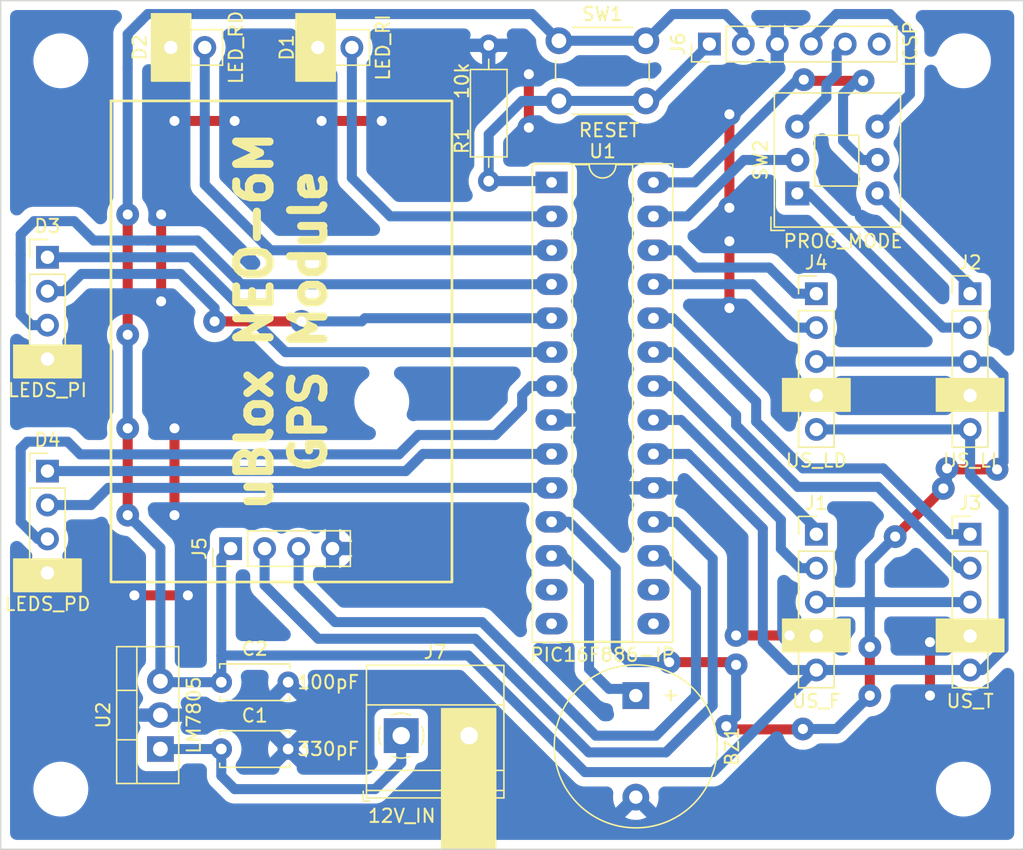
<source format=kicad_pcb>
(kicad_pcb (version 20211014) (generator pcbnew)
  (layers (0 "F.Cu" signal) (31 "B.Cu" signal) (34 "B.Paste" user) (35 "F.Paste" user) (36 "B.SilkS" user "B.Silkscreen") (37 "F.SilkS" user "F.Silkscreen") (38 "B.Mask" user) (39 "F.Mask" user) (44 "Edge.Cuts" user))
  (net 0 "")
  (net 1 "Net-(BZ1-Pad1)")
  (net 2 "GND")
  (net 3 "+12V")
  (net 4 "+5V")
  (net 5 "Net-(D1-Pad2)")
  (net 6 "Net-(D2-Pad2)")
  (net 7 "Net-(D3-Pad1)")
  (net 8 "Net-(D3-Pad2)")
  (net 9 "Net-(D3-Pad3)")
  (net 10 "Net-(D4-Pad1)")
  (net 11 "Net-(D4-Pad2)")
  (net 12 "Net-(D4-Pad3)")
  (net 13 "Net-(J1-Pad1)")
  (net 14 "Net-(J1-Pad2)")
  (net 15 "TRIG")
  (net 16 "Net-(J2-Pad1)")
  (net 17 "Net-(J2-Pad2)")
  (net 18 "Net-(J3-Pad1)")
  (net 19 "Net-(J3-Pad2)")
  (net 20 "Net-(J4-Pad1)")
  (net 21 "Net-(J4-Pad2)")
  (net 22 "RX")
  (net 23 "TX")
  (net 24 "Net-(J6-Pad1)")
  (net 25 "Net-(J6-Pad4)")
  (net 26 "Net-(J6-Pad5)")
  (net 27 "Net-(SW2-Pad2)")
  (net 28 "Net-(SW2-Pad5)")
  (footprint "Connector_PinHeader_2.54mm:PinHeader_1x05_P2.54mm_Vertical" (layer "F.Cu") (at 107.5 97.425)
    (fp_text reference "J3" (at 0 -2.33) (layer "F.SilkS"))
    (fp_text value "US_T" (at 0 12.49) (layer "F.SilkS"))
    (fp_line (start -1.33 11.49) (end 1.33 11.49) (layer "F.SilkS") (width 0.12))
    (fp_line (start -1.33 0) (end -1.33 -1.33) (layer "F.SilkS") (width 0.12))
    (fp_line (start -1.33 -1.33) (end 0 -1.33) (layer "F.SilkS") (width 0.12))
    (fp_line (start 1.33 1.27) (end 1.33 11.49) (layer "F.SilkS") (width 0.12))
    (fp_line (start -1.33 1.27) (end -1.33 11.49) (layer "F.SilkS") (width 0.12))
    (fp_line (start -1.33 1.27) (end 1.33 1.27) (layer "F.SilkS") (width 0.12))
    (pad "1" thru_hole rect (at 0 0) (size 1.7 1.7) (drill 1) (layers *.Cu *.Mask) (net 18 "Net-(J3-Pad1)"))
    (pad "2" thru_hole oval (at 0 2.54) (size 1.7 1.7) (drill 1) (layers *.Cu *.Mask) (net 19 "Net-(J3-Pad2)"))
    (pad "3" thru_hole oval (at 0 5.08) (size 1.7 1.7) (drill 1) (layers *.Cu *.Mask) (net 15 "TRIG"))
    (pad "4" thru_hole oval (at 0 7.62) (size 1.7 1.7) (drill 1) (layers *.Cu *.Mask) (net 2 "GND"))
    (pad "5" thru_hole oval (at 0 10.16) (size 1.7 1.7) (drill 1) (layers *.Cu *.Mask) (net 4 "+5V"))
  )
  (footprint "Button_Switch_THT:SW_PUSH_6mm_H5mm" (layer "F.Cu") (at 76.75 60.5)
    (fp_text reference "SW1" (at 3.25 -2) (layer "F.SilkS"))
    (fp_text value "RESET" (at 3.75 6.7) (layer "F.SilkS"))
    (fp_line (start 1 5.5) (end 5.5 5.5) (layer "F.SilkS") (width 0.12))
    (fp_line (start -0.25 1.5) (end -0.25 3) (layer "F.SilkS") (width 0.12))
    (fp_line (start 5.5 -1) (end 1 -1) (layer "F.SilkS") (width 0.12))
    (fp_line (start 6.75 3) (end 6.75 1.5) (layer "F.SilkS") (width 0.12))
    (pad "1" thru_hole circle locked (at 6.5 0 90) (size 2 2) (drill 1.1) (layers *.Cu *.Mask) (net 4 "+5V"))
    (pad "1" thru_hole circle locked (at 0 0 90) (size 2 2) (drill 1.1) (layers *.Cu *.Mask) (net 4 "+5V"))
    (pad "2" thru_hole circle locked (at 6.5 4.5 90) (size 2 2) (drill 1.1) (layers *.Cu *.Mask) (net 24 "Net-(J6-Pad1)"))
    (pad "2" thru_hole circle locked (at 0 4.5 90) (size 2 2) (drill 1.1) (layers *.Cu *.Mask) (net 24 "Net-(J6-Pad1)"))
  )
  (footprint "MountingHole:MountingHole_2.7mm_M2.5" (layer "F.Cu") (at 63.5 87.5)
    (fp_text reference "REF**" hide)
    (fp_text value "MountingHole_2.7mm_M2.5" hide)
    (pad "" np_thru_hole circle (at 0 0) (size 2.7 2.7) (drill 2.7) (layers *.Cu *.Mask))
  )
  (footprint "Capacitor_THT:C_Disc_D5.0mm_W2.5mm_P5.00mm" (layer "F.Cu") (at 51.5 108.5)
    (fp_text reference "C2" (at 2.5 -2.5) (layer "F.SilkS"))
    (fp_text value "100pF" (at 8 0) (layer "F.SilkS"))
    (fp_line (start 5.12 -1.37) (end 5.12 -1.055) (layer "F.SilkS") (width 0.12))
    (fp_line (start -0.12 1.37) (end 5.12 1.37) (layer "F.SilkS") (width 0.12))
    (fp_line (start -0.12 -1.37) (end 5.12 -1.37) (layer "F.SilkS") (width 0.12))
    (fp_line (start -0.12 1.055) (end -0.12 1.37) (layer "F.SilkS") (width 0.12))
    (fp_line (start -0.12 -1.37) (end -0.12 -1.055) (layer "F.SilkS") (width 0.12))
    (fp_line (start 5.12 1.055) (end 5.12 1.37) (layer "F.SilkS") (width 0.12))
    (pad "1" thru_hole circle (at 0 0) (size 1.6 1.6) (drill 0.8) (layers *.Cu *.Mask) (net 4 "+5V"))
    (pad "2" thru_hole circle (at 5 0) (size 1.6 1.6) (drill 0.8) (layers *.Cu *.Mask) (net 2 "GND"))
  )
  (footprint "TerminalBlock_Phoenix:TerminalBlock_Phoenix_MKDS-1,5-2-5.08_1x02_P5.08mm_Horizontal" (layer "F.Cu") (at 64.955 112.5)
    (fp_text reference "J7" (at 2.54 -6.26) (layer "F.SilkS"))
    (fp_text value "12V_IN" (at 0.045 6) (layer "F.SilkS"))
    (fp_line (start 6.15 -1.275) (end 6.115 -1.239) (layer "F.SilkS") (width 0.12))
    (fp_line (start -2.6 -2.301) (end 7.68 -2.301) (layer "F.SilkS") (width 0.12))
    (fp_line (start 4.046 1.239) (end 4.011 1.274) (layer "F.SilkS") (width 0.12))
    (fp_line (start 7.68 -5.261) (end 7.68 4.66) (layer "F.SilkS") (width 0.12))
    (fp_line (start -2.6 -5.261) (end -2.6 4.66) (layer "F.SilkS") (width 0.12))
    (fp_line (start -2.6 2.6) (end 7.68 2.6) (layer "F.SilkS") (width 0.12))
    (fp_line (start -2.6 4.66) (end 7.68 4.66) (layer "F.SilkS") (width 0.12))
    (fp_line (start 6.355 -1.069) (end 6.308 -1.023) (layer "F.SilkS") (width 0.12))
    (fp_line (start -2.84 4.9) (end -2.34 4.9) (layer "F.SilkS") (width 0.12))
    (fp_line (start -2.84 4.16) (end -2.84 4.9) (layer "F.SilkS") (width 0.12))
    (fp_line (start -2.6 -5.261) (end 7.68 -5.261) (layer "F.SilkS") (width 0.12))
    (fp_line (start 3.853 1.023) (end 3.806 1.069) (layer "F.SilkS") (width 0.12))
    (fp_line (start -2.6 4.1) (end 7.68 4.1) (layer "F.SilkS") (width 0.12))
    (fp_arc (start 1.535427 -0.683042) (mid 1.680501 0.000524) (end 1.535 0.684) (layer "F.SilkS") (width 0.12))
    (fp_arc (start 0.683318 1.534756) (mid 0.349292 1.643288) (end 0 1.68) (layer "F.SilkS") (width 0.12))
    (fp_arc (start -1.535427 0.683042) (mid -1.680501 -0.000524) (end -1.535 -0.684) (layer "F.SilkS") (width 0.12))
    (fp_arc (start -0.683042 -1.535427) (mid 0.000524 -1.680501) (end 0.684 -1.535) (layer "F.SilkS") (width 0.12))
    (fp_arc (start 0.028805 1.680253) (mid -0.335551 1.646659) (end -0.684 1.535) (layer "F.SilkS") (width 0.12))
    (fp_circle (center 5.08 0) (end 6.76 0) (layer "F.SilkS") (width 0.12) (fill none))
    (pad "1" thru_hole rect (at 0 0) (size 2.6 2.6) (drill 1.3) (layers *.Cu *.Mask) (net 3 "+12V"))
    (pad "2" thru_hole circle (at 5.08 0) (size 2.6 2.6) (drill 1.3) (layers *.Cu *.Mask) (net 2 "GND"))
  )
  (footprint "Package_TO_SOT_THT:TO-220-3_Vertical" (layer "F.Cu") (at 46.945 113.5 90)
    (fp_text reference "U2" (at 2.54 -4.27 90) (layer "F.SilkS"))
    (fp_text value "LM7805" (at 2.54 2.5 90) (layer "F.SilkS"))
    (fp_line (start 0.69 -3.27) (end 0.69 -1.76) (layer "F.SilkS") (width 0.12))
    (fp_line (start -2.58 -3.27) (end 7.66 -3.27) (layer "F.SilkS") (width 0.12))
    (fp_line (start 4.391 -3.27) (end 4.391 -1.76) (layer "F.SilkS") (width 0.12))
    (fp_line (start -2.58 -3.27) (end -2.58 1.371) (layer "F.SilkS") (width 0.12))
    (fp_line (start 7.66 -3.27) (end 7.66 1.371) (layer "F.SilkS") (width 0.12))
    (fp_line (start -2.58 -1.76) (end 7.66 -1.76) (layer "F.SilkS") (width 0.12))
    (fp_line (start -2.58 1.371) (end 7.66 1.371) (layer "F.SilkS") (width 0.12))
    (pad "1" thru_hole rect (at 0 0 90) (size 1.905 2) (drill 1.1) (layers *.Cu *.Mask) (net 3 "+12V"))
    (pad "2" thru_hole oval (at 2.54 0 90) (size 1.905 2) (drill 1.1) (layers *.Cu *.Mask) (net 2 "GND"))
    (pad "3" thru_hole oval (at 5.08 0 90) (size 1.905 2) (drill 1.1) (layers *.Cu *.Mask) (net 4 "+5V"))
  )
  (footprint "Capacitor_THT:C_Disc_D5.0mm_W2.5mm_P5.00mm" (layer "F.Cu") (at 51.5 113.5)
    (fp_text reference "C1" (at 2.5 -2.5) (layer "F.SilkS"))
    (fp_text value "330pF" (at 8 0) (layer "F.SilkS"))
    (fp_line (start 5.12 -1.37) (end 5.12 -1.055) (layer "F.SilkS") (width 0.12))
    (fp_line (start -0.12 -1.37) (end -0.12 -1.055) (layer "F.SilkS") (width 0.12))
    (fp_line (start -0.12 -1.37) (end 5.12 -1.37) (layer "F.SilkS") (width 0.12))
    (fp_line (start -0.12 1.055) (end -0.12 1.37) (layer "F.SilkS") (width 0.12))
    (fp_line (start -0.12 1.37) (end 5.12 1.37) (layer "F.SilkS") (width 0.12))
    (fp_line (start 5.12 1.055) (end 5.12 1.37) (layer "F.SilkS") (width 0.12))
    (pad "1" thru_hole circle (at 0 0) (size 1.6 1.6) (drill 0.8) (layers *.Cu *.Mask) (net 3 "+12V"))
    (pad "2" thru_hole circle (at 5 0) (size 1.6 1.6) (drill 0.8) (layers *.Cu *.Mask) (net 2 "GND"))
  )
  (footprint "Resistor_THT:R_Axial_DIN0207_L6.3mm_D2.5mm_P10.16mm_Horizontal" (layer "F.Cu") (at 71.5 71 90)
    (fp_text reference "R1" (at 3 -2 90) (layer "F.SilkS"))
    (fp_text value "10k" (at 7.5 -2 90) (layer "F.SilkS"))
    (fp_line (start 8.35 1.37) (end 8.35 -1.37) (layer "F.SilkS") (width 0.12))
    (fp_line (start 1.81 -1.37) (end 1.81 1.37) (layer "F.SilkS") (width 0.12))
    (fp_line (start 8.35 -1.37) (end 1.81 -1.37) (layer "F.SilkS") (width 0.12))
    (fp_line (start 9.12 0) (end 8.35 0) (layer "F.SilkS") (width 0.12))
    (fp_line (start 1.81 1.37) (end 8.35 1.37) (layer "F.SilkS") (width 0.12))
    (fp_line (start 1.04 0) (end 1.81 0) (layer "F.SilkS") (width 0.12))
    (pad "1" thru_hole circle (at 0 0 90) (size 1.6 1.6) (drill 0.8) (layers *.Cu *.Mask) (net 24 "Net-(J6-Pad1)"))
    (pad "2" thru_hole oval (at 10.16 0 90) (size 1.6 1.6) (drill 0.8) (layers *.Cu *.Mask) (net 2 "GND"))
  )
  (footprint "Connector_PinHeader_2.54mm:PinHeader_1x04_P2.54mm_Vertical" (layer "F.Cu") (at 38.5 92.7)
    (fp_text reference "D4" (at 0 -2.33) (layer "F.SilkS"))
    (fp_text value "LEDS_PD" (at 0 9.95) (layer "F.SilkS"))
    (fp_line (start -1.33 0) (end -1.33 -1.33) (layer "F.SilkS") (width 0.12))
    (fp_line (start -1.33 1.27) (end -1.33 8.95) (layer "F.SilkS") (width 0.12))
    (fp_line (start -1.33 8.95) (end 1.33 8.95) (layer "F.SilkS") (width 0.12))
    (fp_line (start -1.33 1.27) (end 1.33 1.27) (layer "F.SilkS") (width 0.12))
    (fp_line (start 1.33 1.27) (end 1.33 8.95) (layer "F.SilkS") (width 0.12))
    (fp_line (start -1.33 -1.33) (end 0 -1.33) (layer "F.SilkS") (width 0.12))
    (pad "1" thru_hole rect (at 0 0) (size 1.7 1.7) (drill 1) (layers *.Cu *.Mask) (net 10 "Net-(D4-Pad1)"))
    (pad "2" thru_hole oval (at 0 2.54) (size 1.7 1.7) (drill 1) (layers *.Cu *.Mask) (net 11 "Net-(D4-Pad2)"))
    (pad "3" thru_hole oval (at 0 5.08) (size 1.7 1.7) (drill 1) (layers *.Cu *.Mask) (net 12 "Net-(D4-Pad3)"))
    (pad "4" thru_hole oval (at 0 7.62) (size 1.7 1.7) (drill 1) (layers *.Cu *.Mask) (net 2 "GND"))
  )
  (footprint "Button_Switch_THT:SW_Push_2P2T_Toggle_CK_PVA2OAH5xxxxxxV2" (layer "F.Cu") (at 94.5775 71.9225 90)
    (fp_text reference "SW2" (at 2.5 -2.75 90) (layer "F.SilkS"))
    (fp_text value "PROG_MODE" (at -3.5775 3.4225) (layer "F.SilkS"))
    (fp_line (start -1.77 -1.97) (end -2.77 -1.97) (layer "F.SilkS") (width 0.12))
    (fp_line (start 4.35 1.3) (end 0.55 1.3) (layer "F.SilkS") (width 0.12))
    (fp_line (start 0.55 1.3) (end 0.55 4.6) (layer "F.SilkS") (width 0.12))
    (fp_line (start -2.77 -0.97) (end -2.77 -1.97) (layer "F.SilkS") (width 0.12))
    (fp_line (start 7.52 -1.72) (end -2.52 -1.72) (layer "F.SilkS") (width 0.12))
    (fp_line (start 4.35 4.6) (end 0.55 4.6) (layer "F.SilkS") (width 0.12))
    (fp_line (start 7.52 7.72) (end 7.52 -1.72) (layer "F.SilkS") (width 0.12))
    (fp_line (start -2.52 7.72) (end -2.52 -1.72) (layer "F.SilkS") (width 0.12))
    (fp_line (start 7.52 7.72) (end -2.52 7.72) (layer "F.SilkS") (width 0.12))
    (fp_line (start 4.35 1.3) (end 4.35 4.6) (layer "F.SilkS") (width 0.12))
    (pad "1" thru_hole rect (at 0 0 90) (size 1.8 1.8) (drill 0.9) (layers *.Cu *.Mask) (net 17 "Net-(J2-Pad2)"))
    (pad "2" thru_hole circle (at 2.5 0 90) (size 1.8 1.8) (drill 0.9) (layers *.Cu *.Mask) (net 27 "Net-(SW2-Pad2)"))
    (pad "3" thru_hole circle (at 5 0 90) (size 1.8 1.8) (drill 0.9) (layers *.Cu *.Mask) (net 26 "Net-(J6-Pad5)"))
    (pad "4" thru_hole circle (at 0 6 90) (size 1.8 1.8) (drill 0.9) (layers *.Cu *.Mask) (net 16 "Net-(J2-Pad1)"))
    (pad "5" thru_hole circle (at 2.5 6 90) (size 1.8 1.8) (drill 0.9) (layers *.Cu *.Mask) (net 28 "Net-(SW2-Pad5)"))
    (pad "6" thru_hole circle (at 5 6 90) (size 1.8 1.8) (drill 0.9) (layers *.Cu *.Mask) (net 25 "Net-(J6-Pad4)"))
  )
  (footprint "Connector_PinHeader_2.54mm:PinHeader_1x02_P2.54mm_Vertical" (layer "F.Cu") (at 47.725 61 90)
    (fp_text reference "D2" (at 0 -2.33 90) (layer "F.SilkS"))
    (fp_text value "LED_RD" (at 0 4.87 90) (layer "F.SilkS"))
    (fp_line (start -1.33 3.87) (end 1.33 3.87) (layer "F.SilkS") (width 0.12))
    (fp_line (start 1.33 1.27) (end 1.33 3.87) (layer "F.SilkS") (width 0.12))
    (fp_line (start -1.33 -1.33) (end 0 -1.33) (layer "F.SilkS") (width 0.12))
    (fp_line (start -1.33 1.27) (end -1.33 3.87) (layer "F.SilkS") (width 0.12))
    (fp_line (start -1.33 0) (end -1.33 -1.33) (layer "F.SilkS") (width 0.12))
    (fp_line (start -1.33 1.27) (end 1.33 1.27) (layer "F.SilkS") (width 0.12))
    (pad "1" thru_hole rect (at 0 0 90) (size 1.7 1.7) (drill 1) (layers *.Cu *.Mask) (net 2 "GND"))
    (pad "2" thru_hole oval (at 0 2.54 90) (size 1.7 1.7) (drill 1) (layers *.Cu *.Mask) (net 6 "Net-(D2-Pad2)"))
  )
  (footprint "Connector_PinHeader_2.54mm:PinHeader_1x05_P2.54mm_Vertical" (layer "F.Cu") (at 96 97.425)
    (fp_text reference "J1" (at 0 -2.33) (layer "F.SilkS"))
    (fp_text value "US_F" (at 0 12.49) (layer "F.SilkS"))
    (fp_line (start -1.33 1.27) (end -1.33 11.49) (layer "F.SilkS") (width 0.12))
    (fp_line (start 1.33 1.27) (end 1.33 11.49) (layer "F.SilkS") (width 0.12))
    (fp_line (start -1.33 1.27) (end 1.33 1.27) (layer "F.SilkS") (width 0.12))
    (fp_line (start -1.33 0) (end -1.33 -1.33) (layer "F.SilkS") (width 0.12))
    (fp_line (start -1.33 11.49) (end 1.33 11.49) (layer "F.SilkS") (width 0.12))
    (fp_line (start -1.33 -1.33) (end 0 -1.33) (layer "F.SilkS") (width 0.12))
    (pad "1" thru_hole rect (at 0 0) (size 1.7 1.7) (drill 1) (layers *.Cu *.Mask) (net 13 "Net-(J1-Pad1)"))
    (pad "2" thru_hole oval (at 0 2.54) (size 1.7 1.7) (drill 1) (layers *.Cu *.Mask) (net 14 "Net-(J1-Pad2)"))
    (pad "3" thru_hole oval (at 0 5.08) (size 1.7 1.7) (drill 1) (layers *.Cu *.Mask) (net 15 "TRIG"))
    (pad "4" thru_hole oval (at 0 7.62) (size 1.7 1.7) (drill 1) (layers *.Cu *.Mask) (net 2 "GND"))
    (pad "5" thru_hole oval (at 0 10.16) (size 1.7 1.7) (drill 1) (layers *.Cu *.Mask) (net 4 "+5V"))
  )
  (footprint "Connector_PinHeader_2.54mm:PinHeader_1x04_P2.54mm_Vertical" (layer "F.Cu") (at 38.5 76.7)
    (fp_text reference "D3" (at 0 -2.33) (layer "F.SilkS"))
    (fp_text value "LEDS_PI" (at 0 9.95) (layer "F.SilkS"))
    (fp_line (start -1.33 1.27) (end -1.33 8.95) (layer "F.SilkS") (width 0.12))
    (fp_line (start 1.33 1.27) (end 1.33 8.95) (layer "F.SilkS") (width 0.12))
    (fp_line (start -1.33 0) (end -1.33 -1.33) (layer "F.SilkS") (width 0.12))
    (fp_line (start -1.33 -1.33) (end 0 -1.33) (layer "F.SilkS") (width 0.12))
    (fp_line (start -1.33 1.27) (end 1.33 1.27) (layer "F.SilkS") (width 0.12))
    (fp_line (start -1.33 8.95) (end 1.33 8.95) (layer "F.SilkS") (width 0.12))
    (pad "1" thru_hole rect (at 0 0) (size 1.7 1.7) (drill 1) (layers *.Cu *.Mask) (net 7 "Net-(D3-Pad1)"))
    (pad "2" thru_hole oval (at 0 2.54) (size 1.7 1.7) (drill 1) (layers *.Cu *.Mask) (net 8 "Net-(D3-Pad2)"))
    (pad "3" thru_hole oval (at 0 5.08) (size 1.7 1.7) (drill 1) (layers *.Cu *.Mask) (net 9 "Net-(D3-Pad3)"))
    (pad "4" thru_hole oval (at 0 7.62) (size 1.7 1.7) (drill 1) (layers *.Cu *.Mask) (net 2 "GND"))
  )
  (footprint "Connector_PinHeader_2.54mm:PinHeader_1x05_P2.54mm_Vertical" (layer "F.Cu") (at 96 79.425)
    (fp_text reference "J4" (at 0 -2.33) (layer "F.SilkS"))
    (fp_text value "US_LD" (at 0 12.49) (layer "F.SilkS"))
    (fp_line (start -1.33 1.27) (end 1.33 1.27) (layer "F.SilkS") (width 0.12))
    (fp_line (start 1.33 1.27) (end 1.33 11.49) (layer "F.SilkS") (width 0.12))
    (fp_line (start -1.33 11.49) (end 1.33 11.49) (layer "F.SilkS") (width 0.12))
    (fp_line (start -1.33 -1.33) (end 0 -1.33) (layer "F.SilkS") (width 0.12))
    (fp_line (start -1.33 1.27) (end -1.33 11.49) (layer "F.SilkS") (width 0.12))
    (fp_line (start -1.33 0) (end -1.33 -1.33) (layer "F.SilkS") (width 0.12))
    (pad "1" thru_hole rect (at 0 0) (size 1.7 1.7) (drill 1) (layers *.Cu *.Mask) (net 20 "Net-(J4-Pad1)"))
    (pad "2" thru_hole oval (at 0 2.54) (size 1.7 1.7) (drill 1) (layers *.Cu *.Mask) (net 21 "Net-(J4-Pad2)"))
    (pad "3" thru_hole oval (at 0 5.08) (size 1.7 1.7) (drill 1) (layers *.Cu *.Mask) (net 15 "TRIG"))
    (pad "4" thru_hole oval (at 0 7.62) (size 1.7 1.7) (drill 1) (layers *.Cu *.Mask) (net 2 "GND"))
    (pad "5" thru_hole oval (at 0 10.16) (size 1.7 1.7) (drill 1) (layers *.Cu *.Mask) (net 4 "+5V"))
  )
  (footprint "Connector_PinHeader_2.54mm:PinHeader_1x02_P2.54mm_Vertical" (layer "F.Cu") (at 58.725 61 90)
    (fp_text reference "D1" (at 0 -2.33 90) (layer "F.SilkS"))
    (fp_text value "LED_RI" (at 0 4.87 90) (layer "F.SilkS"))
    (fp_line (start -1.33 0) (end -1.33 -1.33) (layer "F.SilkS") (width 0.12))
    (fp_line (start -1.33 1.27) (end -1.33 3.87) (layer "F.SilkS") (width 0.12))
    (fp_line (start -1.33 3.87) (end 1.33 3.87) (layer "F.SilkS") (width 0.12))
    (fp_line (start 1.33 1.27) (end 1.33 3.87) (layer "F.SilkS") (width 0.12))
    (fp_line (start -1.33 -1.33) (end 0 -1.33) (layer "F.SilkS") (width 0.12))
    (fp_line (start -1.33 1.27) (end 1.33 1.27) (layer "F.SilkS") (width 0.12))
    (pad "1" thru_hole rect (at 0 0 90) (size 1.7 1.7) (drill 1) (layers *.Cu *.Mask) (net 2 "GND"))
    (pad "2" thru_hole oval (at 0 2.54 90) (size 1.7 1.7) (drill 1) (layers *.Cu *.Mask) (net 5 "Net-(D1-Pad2)"))
  )
  (footprint "Connector_PinHeader_2.54mm:PinHeader_1x06_P2.54mm_Vertical" (layer "F.Cu") (at 88 60.75 90)
    (fp_text reference "J6" (at 0 -2.33 90) (layer "F.SilkS"))
    (fp_text value "ICSP" (at 0 15.03 90) (layer "F.SilkS"))
    (fp_line (start 1.33 1.27) (end 1.33 14.03) (layer "F.SilkS") (width 0.12))
    (fp_line (start -1.33 -1.33) (end 0 -1.33) (layer "F.SilkS") (width 0.12))
    (fp_line (start -1.33 1.27) (end -1.33 14.03) (layer "F.SilkS") (width 0.12))
    (fp_line (start -1.33 14.03) (end 1.33 14.03) (layer "F.SilkS") (width 0.12))
    (fp_line (start -1.33 0) (end -1.33 -1.33) (layer "F.SilkS") (width 0.12))
    (fp_line (start -1.33 1.27) (end 1.33 1.27) (layer "F.SilkS") (width 0.12))
    (pad "1" thru_hole rect (at 0 0 90) (size 1.7 1.7) (drill 1) (layers *.Cu *.Mask) (net 24 "Net-(J6-Pad1)"))
    (pad "2" thru_hole oval (at 0 2.54 90) (size 1.7 1.7) (drill 1) (layers *.Cu *.Mask) (net 4 "+5V"))
    (pad "3" thru_hole oval (at 0 5.08 90) (size 1.7 1.7) (drill 1) (layers *.Cu *.Mask) (net 2 "GND"))
    (pad "4" thru_hole oval (at 0 7.62 90) (size 1.7 1.7) (drill 1) (layers *.Cu *.Mask) (net 25 "Net-(J6-Pad4)"))
    (pad "5" thru_hole oval (at 0 10.16 90) (size 1.7 1.7) (drill 1) (layers *.Cu *.Mask) (net 26 "Net-(J6-Pad5)"))
    (pad "6" thru_hole oval (at 0 12.7 90) (size 1.7 1.7) (drill 1) (layers *.Cu *.Mask))
  )
  (footprint "MountingHole:MountingHole_2.7mm_M2.5" (layer "F.Cu") (at 107 116.5)
    (fp_text reference "REF**" hide)
    (fp_text value "MountingHole_2.7mm_M2.5" hide)
    (pad "" np_thru_hole circle (at 0 0) (size 2.7 2.7) (drill 2.7) (layers *.Cu *.Mask))
  )
  (footprint "Buzzer_Beeper:Buzzer_12x9.5RM7.6" (layer "F.Cu") (at 82.5 109.5 -90)
    (fp_text reference "BZ1" (at 3.8 -7.2 90) (layer "F.SilkS"))
    (fp_text value "Buzzer")
    (fp_text user "+" (at -0.01 -2.54 90) (layer "F.SilkS"))
    (fp_circle (center 3.8 0) (end 9.9 0) (layer "F.SilkS") (width 0.12) (fill none))
    (pad "1" thru_hole rect (at 0 0 270) (size 2 2) (drill 1) (layers *.Cu *.Mask) (net 1 "Net-(BZ1-Pad1)"))
    (pad "2" thru_hole circle (at 7.6 0 270) (size 2 2) (drill 1) (layers *.Cu *.Mask) (net 2 "GND"))
  )
  (footprint "Connector_PinHeader_2.54mm:PinHeader_1x05_P2.54mm_Vertical" (layer "F.Cu") (at 107.5 79.425)
    (fp_text reference "J2" (at 0 -2.33) (layer "F.SilkS"))
    (fp_text value "US_LI" (at 0 12.49) (layer "F.SilkS"))
    (fp_line (start 1.33 1.27) (end 1.33 11.49) (layer "F.SilkS") (width 0.12))
    (fp_line (start -1.33 0) (end -1.33 -1.33) (layer "F.SilkS") (width 0.12))
    (fp_line (start -1.33 1.27) (end 1.33 1.27) (layer "F.SilkS") (width 0.12))
    (fp_line (start -1.33 11.49) (end 1.33 11.49) (layer "F.SilkS") (width 0.12))
    (fp_line (start -1.33 1.27) (end -1.33 11.49) (layer "F.SilkS") (width 0.12))
    (fp_line (start -1.33 -1.33) (end 0 -1.33) (layer "F.SilkS") (width 0.12))
    (pad "1" thru_hole rect (at 0 0) (size 1.7 1.7) (drill 1) (layers *.Cu *.Mask) (net 16 "Net-(J2-Pad1)"))
    (pad "2" thru_hole oval (at 0 2.54) (size 1.7 1.7) (drill 1) (layers *.Cu *.Mask) (net 17 "Net-(J2-Pad2)"))
    (pad "3" thru_hole oval (at 0 5.08) (size 1.7 1.7) (drill 1) (layers *.Cu *.Mask) (net 15 "TRIG"))
    (pad "4" thru_hole oval (at 0 7.62) (size 1.7 1.7) (drill 1) (layers *.Cu *.Mask) (net 2 "GND"))
    (pad "5" thru_hole oval (at 0 10.16) (size 1.7 1.7) (drill 1) (layers *.Cu *.Mask) (net 4 "+5V"))
  )
  (footprint "MountingHole:MountingHole_2.7mm_M2.5" (layer "F.Cu") (at 39.5 116.5)
    (fp_text reference "REF**" hide)
    (fp_text value "MountingHole_2.7mm_M2.5" hide)
    (pad "" np_thru_hole circle (at 0 0) (size 2.7 2.7) (drill 2.7) (layers *.Cu *.Mask))
  )
  (footprint "Package_DIP:DIP-28_W7.62mm_Socket_LongPads" (layer "F.Cu") (at 76.2 71.1)
    (fp_text reference "U1" (at 3.81 -2.33) (layer "F.SilkS"))
    (fp_text value "PIC16F886-IP" (at 3.81 35.35) (layer "F.SilkS"))
    (fp_line (start 1.56 -1.33) (end 1.56 34.35) (layer "F.SilkS") (width 0.12))
    (fp_line (start 9.06 34.41) (end 9.06 -1.39) (layer "F.SilkS") (width 0.12))
    (fp_line (start 2.81 -1.33) (end 1.56 -1.33) (layer "F.SilkS") (width 0.12))
    (fp_line (start 6.06 34.35) (end 6.06 -1.33) (layer "F.SilkS") (width 0.12))
    (fp_line (start 6.06 -1.33) (end 4.81 -1.33) (layer "F.SilkS") (width 0.12))
    (fp_line (start -1.44 -1.39) (end -1.44 34.41) (layer "F.SilkS") (width 0.12))
    (fp_line (start 9.06 -1.39) (end -1.44 -1.39) (layer "F.SilkS") (width 0.12))
    (fp_line (start 1.56 34.35) (end 6.06 34.35) (layer "F.SilkS") (width 0.12))
    (fp_line (start -1.44 34.41) (end 9.06 34.41) (layer "F.SilkS") (width 0.12))
    (fp_arc (start 4.81 -1.33) (mid 3.81 -0.33) (end 2.81 -1.33) (layer "F.SilkS") (width 0.12))
    (pad "1" thru_hole rect locked (at 0 0) (size 2.4 1.6) (drill 0.8) (layers *.Cu *.Mask) (net 24 "Net-(J6-Pad1)"))
    (pad "2" thru_hole oval locked (at 0 2.54) (size 2.4 1.6) (drill 0.8) (layers *.Cu *.Mask) (net 5 "Net-(D1-Pad2)"))
    (pad "3" thru_hole oval locked (at 0 5.08) (size 2.4 1.6) (drill 0.8) (layers *.Cu *.Mask) (net 6 "Net-(D2-Pad2)"))
    (pad "4" thru_hole oval locked (at 0 7.62) (size 2.4 1.6) (drill 0.8) (layers *.Cu *.Mask) (net 9 "Net-(D3-Pad3)"))
    (pad "5" thru_hole oval locked (at 0 10.16) (size 2.4 1.6) (drill 0.8) (layers *.Cu *.Mask) (net 8 "Net-(D3-Pad2)"))
    (pad "6" thru_hole oval locked (at 0 12.7) (size 2.4 1.6) (drill 0.8) (layers *.Cu *.Mask) (net 7 "Net-(D3-Pad1)"))
    (pad "7" thru_hole oval locked (at 0 15.24) (size 2.4 1.6) (drill 0.8) (layers *.Cu *.Mask) (net 12 "Net-(D4-Pad3)"))
    (pad "8" thru_hole oval locked (at 0 17.78) (size 2.4 1.6) (drill 0.8) (layers *.Cu *.Mask) (net 2 "GND"))
    (pad "9" thru_hole oval locked (at 0 20.32) (size 2.4 1.6) (drill 0.8) (layers *.Cu *.Mask) (net 10 "Net-(D4-Pad1)"))
    (pad "10" thru_hole oval locked (at 0 22.86) (size 2.4 1.6) (drill 0.8) (layers *.Cu *.Mask) (net 11 "Net-(D4-Pad2)"))
    (pad "11" thru_hole oval locked (at 0 25.4) (size 2.4 1.6) (drill 0.8) (layers *.Cu *.Mask) (net 15 "TRIG"))
    (pad "12" thru_hole oval locked (at 0 27.94) (size 2.4 1.6) (drill 0.8) (layers *.Cu *.Mask) (net 1 "Net-(BZ1-Pad1)"))
    (pad "13" thru_hole oval locked (at 0 30.48) (size 2.4 1.6) (drill 0.8) (layers *.Cu *.Mask))
    (pad "14" thru_hole oval locked (at 0 33.02) (size 2.4 1.6) (drill 0.8) (layers *.Cu *.Mask))
    (pad "15" thru_hole oval locked (at 7.62 33.02) (size 2.4 1.6) (drill 0.8) (layers *.Cu *.Mask))
    (pad "16" thru_hole oval locked (at 7.62 30.48) (size 2.4 1.6) (drill 0.8) (layers *.Cu *.Mask))
    (pad "17" thru_hole oval locked (at 7.62 27.94) (size 2.4 1.6) (drill 0.8) (layers *.Cu *.Mask) (net 23 "TX"))
    (pad "18" thru_hole oval locked (at 7.62 25.4) (size 2.4 1.6) (drill 0.8) (layers *.Cu *.Mask) (net 22 "RX"))
    (pad "19" thru_hole oval locked (at 7.62 22.86) (size 2.4 1.6) (drill 0.8) (layers *.Cu *.Mask) (net 2 "GND"))
    (pad "20" thru_hole oval locked (at 7.62 20.32) (size 2.4 1.6) (drill 0.8) (layers *.Cu *.Mask) (net 4 "+5V"))
    (pad "21" thru_hole oval locked (at 7.62 17.78) (size 2.4 1.6) (drill 0.8) (layers *.Cu *.Mask) (net 14 "Net-(J1-Pad2)"))
    (pad "22" thru_hole oval locked (at 7.62 15.24) (size 2.4 1.6) (drill 0.8) (layers *.Cu *.Mask) (net 13 "Net-(J1-Pad1)"))
    (pad "23" thru_hole oval locked (at 7.62 12.7) (size 2.4 1.6) (drill 0.8) (layers *.Cu *.Mask) (net 19 "Net-(J3-Pad2)"))
    (pad "24" thru_hole oval locked (at 7.62 10.16) (size 2.4 1.6) (drill 0.8) (layers *.Cu *.Mask) (net 18 "Net-(J3-Pad1)"))
    (pad "25" thru_hole oval locked (at 7.62 7.62) (size 2.4 1.6) (drill 0.8) (layers *.Cu *.Mask) (net 21 "Net-(J4-Pad2)"))
    (pad "26" thru_hole oval locked (at 7.62 5.08) (size 2.4 1.6) (drill 0.8) (layers *.Cu *.Mask) (net 20 "Net-(J4-Pad1)"))
    (pad "27" thru_hole oval locked (at 7.62 2.54) (size 2.4 1.6) (drill 0.8) (layers *.Cu *.Mask) (net 27 "Net-(SW2-Pad2)"))
    (pad "28" thru_hole oval locked (at 7.62 0) (size 2.4 1.6) (drill 0.8) (layers *.Cu *.Mask) (net 28 "Net-(SW2-Pad5)"))
  )
  (footprint "MountingHole:MountingHole_2.7mm_M2.5" (layer "F.Cu") (at 39.5 62)
    (fp_text reference "REF**" hide)
    (fp_text value "MountingHole_2.7mm_M2.5" hide)
    (pad "" np_thru_hole circle (at 0 0) (size 2.7 2.7) (drill 2.7) (layers *.Cu *.Mask))
  )
  (footprint "Connector_PinHeader_2.54mm:PinHeader_1x04_P2.54mm_Vertical" (layer "F.Cu") (at 52.2 98.5 90)
    (fp_text reference "J5" (at 0 -2.33 90) (layer "F.SilkS"))
    (fp_text value "GPS")
    (fp_line (start -1.33 8.95) (end 1.33 8.95) (layer "F.SilkS") (width 0.12))
    (fp_line (start -1.33 0) (end -1.33 -1.33) (layer "F.SilkS") (width 0.12))
    (fp_line (start 1.33 1.27) (end 1.33 8.95) (layer "F.SilkS") (width 0.12))
    (fp_line (start -1.33 1.27) (end -1.33 8.95) (layer "F.SilkS") (width 0.12))
    (fp_line (start -1.33 -1.33) (end 0 -1.33) (layer "F.SilkS") (width 0.12))
    (fp_line (start -1.33 1.27) (end 1.33 1.27) (layer "F.SilkS") (width 0.12))
    (pad "1" thru_hole rect (at 0 0 90) (size 1.7 1.7) (drill 1) (layers *.Cu *.Mask) (net 4 "+5V"))
    (pad "2" thru_hole oval (at 0 2.54 90) (size 1.7 1.7) (drill 1) (layers *.Cu *.Mask) (net 22 "RX"))
    (pad "3" thru_hole oval (at 0 5.08 90) (size 1.7 1.7) (drill 1) (layers *.Cu *.Mask) (net 23 "TX"))
    (pad "4" thru_hole oval (at 0 7.62 90) (size 1.7 1.7) (drill 1) (layers *.Cu *.Mask) (net 2 "GND"))
  )
  (footprint "MountingHole:MountingHole_2.7mm_M2.5" (layer "F.Cu") (at 107 62)
    (fp_text reference "REF**" hide)
    (fp_text value "MountingHole_2.7mm_M2.5" hide)
    (pad "" np_thru_hole circle (at 0 0) (size 2.7 2.7) (drill 2.7) (layers *.Cu *.Mask))
  )
  (gr_rect (start 105 85.8025) (end 110 88.1975) (layer "F.SilkS") (width 0.15) (fill solid))
  (gr_rect (start 46.3025 63.5) (end 49.1975 58.5) (layer "F.SilkS") (width 0.15) (fill solid))
  (gr_rect (start 105 103.8025) (end 110 106.1975) (layer "F.SilkS") (width 0.15) (fill solid))
  (gr_rect (start 36 83.3025) (end 41 85.6975) (layer "F.SilkS") (width 0.15) (fill solid))
  (gr_rect (start 68 110.5) (end 72 121) (layer "F.SilkS") (width 0.15) (fill solid))
  (gr_rect (start 57.105 63.5) (end 60 58.5) (layer "F.SilkS") (width 0.15) (fill solid))
  (gr_rect (start 93.5 85.805) (end 98.5 88.2) (layer "F.SilkS") (width 0.15) (fill solid))
  (gr_rect (start 43.25 65) (end 68.75 101) (layer "F.SilkS") (width 0.2) (fill none))
  (gr_rect (start 93.5 103.8025) (end 98.5 106.1975) (layer "F.SilkS") (width 0.15) (fill solid))
  (gr_rect (start 36 99.3025) (end 41 101.6975) (layer "F.SilkS") (width 0.15) (fill solid))
  (gr_rect (start 111.5 121) (end 35 57.5) (layer "Edge.Cuts") (width 0.1) (fill none))
  (gr_text "uBlox NEO-6M\nGPS Module" (at 56 81.5 90) (layer "F.SilkS") (effects (font (size 2.5 2.5) (thickness 0.6))))
  (segment (start 80.5 109) (end 79 107.5) (width 0.75) (layer "B.Cu") (net 1))
  (segment (start 79 107.5) (end 79 101) (width 0.75) (layer "B.Cu") (net 1))
  (segment (start 79 101) (end 77.04 99.04) (width 0.75) (layer "B.Cu") (net 1))
  (segment (start 82.5 109.5) (end 82 109) (width 0.75) (layer "B.Cu") (net 1))
  (segment (start 77.04 99.04) (end 76.2 99.04) (width 0.75) (layer "B.Cu") (net 1))
  (segment (start 82 109) (end 80.5 109) (width 0.75) (layer "B.Cu") (net 1))
  (segment (start 59 66.5) (end 63.5 66.5) (width 0.75) (layer "F.Cu") (net 2))
  (segment (start 45 102) (end 49 102) (width 0.75) (layer "F.Cu") (net 2))
  (segment (start 89.5 73) (end 89.5 66) (width 0.75) (layer "F.Cu") (net 2))
  (segment (start 74.5 63) (end 74.5 67) (width 0.75) (layer "F.Cu") (net 2))
  (segment (start 48 89.5) (end 48 96) (width 0.75) (layer "F.Cu") (net 2))
  (segment (start 47 73.5) (end 47 80) (width 0.75) (layer "F.Cu") (net 2))
  (segment (start 104.5 109.5) (end 104.5 105.5) (width 0.75) (layer "F.Cu") (net 2))
  (segment (start 89.5 75.5) (end 89.5 80.5) (width 0.75) (layer "F.Cu") (net 2))
  (segment (start 48 66.5) (end 52.5 66.5) (width 0.75) (layer "F.Cu") (net 2))
  (segment (start 90 105) (end 94 105) (width 0.75) (layer "F.Cu") (net 2))
  (via (at 48 96) (size 1.7) (drill 0.75) (layers "F.Cu" "B.Cu") (net 2))
  (via (at 47 73.5) (size 1.7) (drill 0.75) (layers "F.Cu" "B.Cu") (net 2))
  (via (at 48 89.5) (size 1.7) (drill 0.75) (layers "F.Cu" "B.Cu") (net 2))
  (via (at 49 102) (size 1.7) (drill 0.75) (layers "F.Cu" "B.Cu") (net 2))
  (via (at 52.5 66.5) (size 1.7) (drill 0.75) (layers "F.Cu" "B.Cu") (net 2))
  (via (at 74.5 67) (size 1.7) (drill 0.75) (layers "F.Cu" "B.Cu") (net 2))
  (via (at 104.5 109.5) (size 1.7) (drill 0.75) (layers "F.Cu" "B.Cu") (net 2))
  (via (at 47 80) (size 1.7) (drill 0.75) (layers "F.Cu" "B.Cu") (net 2))
  (via (at 89.5 75.5) (size 1.7) (drill 0.75) (layers "F.Cu" "B.Cu") (net 2))
  (via (at 104.5 105.5) (size 1.7) (drill 0.75) (layers "F.Cu" "B.Cu") (net 2))
  (via (at 94 105) (size 1.7) (drill 0.75) (layers "F.Cu" "B.Cu") (net 2))
  (via (at 89.5 73) (size 1.7) (drill 0.75) (layers "F.Cu" "B.Cu") (net 2))
  (via (at 89.5 66) (size 1.7) (drill 0.75) (layers "F.Cu" "B.Cu") (net 2))
  (via (at 59 66.5) (size 1.7) (drill 0.75) (layers "F.Cu" "B.Cu") (net 2))
  (via (at 89.5 80.5) (size 1.7) (drill 0.75) (layers "F.Cu" "B.Cu") (net 2))
  (via (at 45 102) (size 1.7) (drill 0.75) (layers "F.Cu" "B.Cu") (net 2))
  (via (at 74.5 63) (size 1.7) (drill 0.75) (layers "F.Cu" "B.Cu") (net 2))
  (via (at 48 66.5) (size 1.7) (drill 0.75) (layers "F.Cu" "B.Cu") (net 2))
  (via (at 90 105) (size 1.7) (drill 0.75) (layers "F.Cu" "B.Cu") (net 2))
  (via (at 63.5 66.5) (size 1.7) (drill 0.75) (layers "F.Cu" "B.Cu") (net 2))
  (segment (start 52.5 116.5) (end 63 116.5) (width 0.75) (layer "B.Cu") (net 3))
  (segment (start 63 116.5) (end 64.955 114.545) (width 0.75) (layer "B.Cu") (net 3))
  (segment (start 51.5 113.5) (end 51.5 115.5) (width 0.75) (layer "B.Cu") (net 3))
  (segment (start 64.955 114.545) (end 64.955 112.5) (width 0.75) (layer "B.Cu") (net 3))
  (segment (start 46.945 113.5) (end 51.5 113.5) (width 0.75) (layer "B.Cu") (net 3))
  (segment (start 51.5 115.5) (end 52.5 116.5) (width 0.75) (layer "B.Cu") (net 3))
  (segment (start 44.5 73.5) (end 44.5 82.5) (width 0.75) (layer "F.Cu") (net 4))
  (segment (start 44.5 89.5) (end 44.5 96) (width 0.75) (layer "F.Cu") (net 4))
  (via (at 44.5 89.5) (size 1.7) (drill 0.75) (layers "F.Cu" "B.Cu") (net 4))
  (via (at 44.5 73.5) (size 1.7) (drill 0.75) (layers "F.Cu" "B.Cu") (net 4))
  (via (at 44.5 96) (size 1.7) (drill 0.75) (layers "F.Cu" "B.Cu") (net 4))
  (via (at 44.5 82.5) (size 1.7) (drill 0.75) (layers "F.Cu" "B.Cu") (net 4))
  (segment (start 83.82 91.42) (end 86.42 91.42) (width 0.75) (layer "B.Cu") (net 4))
  (segment (start 51.5 99.2) (end 52.2 98.5) (width 0.75) (layer "B.Cu") (net 4))
  (segment (start 51.5 106.5) (end 51.5 99.2) (width 0.75) (layer "B.Cu") (net 4))
  (segment (start 94.085 107.585) (end 96 107.585) (width 0.75) (layer "B.Cu") (net 4))
  (segment (start 44.5 62.5) (end 44.5 73.5) (width 0.75) (layer "B.Cu") (net 4))
  (segment (start 44.5 60) (end 44.5 62.5) (width 0.75) (layer "B.Cu") (net 4))
  (segment (start 89.199022 58.5) (end 90.54 59.840978) (width 0.75) (layer "B.Cu") (net 4))
  (segment (start 44.5 96) (end 46.945 98.445) (width 0.75) (layer "B.Cu") (net 4))
  (segment (start 46.945 98.445) (end 46.945 108.42) (width 0.75) (layer "B.Cu") (net 4))
  (segment (start 83.25 60.5) (end 85.25 58.5) (width 0.75) (layer "B.Cu") (net 4))
  (segment (start 107.5 107.585) (end 96 107.585) (width 0.75) (layer "B.Cu") (net 4))
  (segment (start 92 105.5) (end 94.085 107.585) (width 0.75) (layer "B.Cu") (net 4))
  (segment (start 51.5 108.5) (end 47.025 108.5) (width 0.75) (layer "B.Cu") (net 4))
  (segment (start 45.5 59) (end 44.5 60) (width 0.75) (layer "B.Cu") (net 4))
  (segment (start 86.42 91.42) (end 92 97) (width 0.75) (layer "B.Cu") (net 4))
  (segment (start 107.5 93) (end 107.5 89.585) (width 0.75) (layer "B.Cu") (net 4))
  (segment (start 76.75 60.5) (end 74.75 58.5) (width 0.75) (layer "B.Cu") (net 4))
  (segment (start 47.025 108.5) (end 46.945 108.42) (width 0.75) (layer "B.Cu") (net 4))
  (segment (start 95.915 107.585) (end 88.274511 115.225489) (width 0.75) (layer "B.Cu") (net 4))
  (segment (start 107.5 89.585) (end 96 89.585) (width 0.75) (layer "B.Cu") (net 4))
  (segment (start 74 58.5) (end 46 58.5) (width 0.75) (layer "B.Cu") (net 4))
  (segment (start 92 97) (end 92 105.5) (width 0.75) (layer "B.Cu") (net 4))
  (segment (start 96 107.585) (end 95.915 107.585) (width 0.75) (layer "B.Cu") (net 4))
  (segment (start 44.5 82.5) (end 44.5 89.5) (width 0.75) (layer "B.Cu") (net 4))
  (segment (start 74.75 58.5) (end 74 58.5) (width 0.75) (layer "B.Cu") (net 4))
  (segment (start 108.415 107.585) (end 110 106) (width 0.75) (layer "B.Cu") (net 4))
  (segment (start 107.5 107.585) (end 108.415 107.585) (width 0.75) (layer "B.Cu") (net 4))
  (segment (start 78.691313 115.225489) (end 69.965824 106.5) (width 0.75) (layer "B.Cu") (net 4))
  (segment (start 110 106) (end 110 95.5) (width 0.75) (layer "B.Cu") (net 4))
  (segment (start 88.274511 115.225489) (end 78.691313 115.225489) (width 0.75) (layer "B.Cu") (net 4))
  (segment (start 110 95.5) (end 107.5 93) (width 0.75) (layer "B.Cu") (net 4))
  (segment (start 46 58.5) (end 45.5 59) (width 0.75) (layer "B.Cu") (net 4))
  (segment (start 69.965824 106.5) (end 51.5 106.5) (width 0.75) (layer "B.Cu") (net 4))
  (segment (start 85.25 58.5) (end 89.199022 58.5) (width 0.75) (layer "B.Cu") (net 4))
  (segment (start 76.75 60.5) (end 83.25 60.5) (width 0.75) (layer "B.Cu") (net 4))
  (segment (start 51.5 108.5) (end 51.5 106.5) (width 0.75) (layer "B.Cu") (net 4))
  (segment (start 90.54 59.840978) (end 90.54 60.75) (width 0.75) (layer "B.Cu") (net 4))
  (segment (start 76.2 73.64) (end 64.14 73.64) (width 0.75) (layer "B.Cu") (net 5))
  (segment (start 61.265 70.765) (end 61.265 61) (width 0.75) (layer "B.Cu") (net 5))
  (segment (start 64.14 73.64) (end 61.265 70.765) (width 0.75) (layer "B.Cu") (net 5))
  (segment (start 55.18 76.18) (end 50.265 71.265) (width 0.75) (layer "B.Cu") (net 6))
  (segment (start 76.2 76.18) (end 55.18 76.18) (width 0.75) (layer "B.Cu") (net 6))
  (segment (start 50.265 71.265) (end 50.265 61) (width 0.75) (layer "B.Cu") (net 6))
  (segment (start 56.3 83.8) (end 76.2 83.8) (width 0.75) (layer "B.Cu") (net 7))
  (segment (start 49.2 76.7) (end 56.3 83.8) (width 0.75) (layer "B.Cu") (net 7))
  (segment (start 38.5 76.7) (end 49.2 76.7) (width 0.75) (layer "B.Cu") (net 7))
  (segment (start 51 81.5) (end 57.5 81.5) (width 0.75) (layer "F.Cu") (net 8))
  (via (at 51 81.5) (size 1.7) (drill 0.75) (layers "F.Cu" "B.Cu") (net 8))
  (via (at 57.5 81.5) (size 1.7) (drill 0.75) (layers "F.Cu" "B.Cu") (net 8))
  (segment (start 62 81.5) (end 62.24 81.26) (width 0.75) (layer "B.Cu") (net 8))
  (segment (start 41.05048 77.94952) (end 48.44952 77.94952) (width 0.75) (layer "B.Cu") (net 8))
  (segment (start 39.76 79.24) (end 41.05048 77.94952) (width 0.75) (layer "B.Cu") (net 8))
  (segment (start 62.24 81.26) (end 76.2 81.26) (width 0.75) (layer "B.Cu") (net 8))
  (segment (start 48.44952 77.94952) (end 51 80.5) (width 0.75) (layer "B.Cu") (net 8))
  (segment (start 38.5 79.24) (end 39.76 79.24) (width 0.75) (layer "B.Cu") (net 8))
  (segment (start 57.5 81.5) (end 62 81.5) (width 0.75) (layer "B.Cu") (net 8))
  (segment (start 51 80.5) (end 51 81.5) (width 0.75) (layer "B.Cu") (net 8))
  (segment (start 46 75.45048) (end 49.717568 75.45048) (width 0.75) (layer "B.Cu") (net 9))
  (segment (start 36.5 76.5) (end 36.5 75) (width 0.75) (layer "B.Cu") (net 9))
  (segment (start 52.987088 78.72) (end 52.883544 78.616456) (width 0.75) (layer "B.Cu") (net 9))
  (segment (start 37.28 81.78) (end 36.5 81) (width 0.75) (layer "B.Cu") (net 9))
  (segment (start 49.717568 75.45048) (end 52.883544 78.616456) (width 0.75) (layer "B.Cu") (net 9))
  (segment (start 36.5 75) (end 37.5 74) (width 0.75) (layer "B.Cu") (net 9))
  (segment (start 40.5 74) (end 41.5 75) (width 0.75) (layer "B.Cu") (net 9))
  (segment (start 76.2 78.72) (end 52.987088 78.72) (width 0.75) (layer "B.Cu") (net 9))
  (segment (start 38.5 81.78) (end 37.28 81.78) (width 0.75) (layer "B.Cu") (net 9))
  (segment (start 37.5 74) (end 40.5 74) (width 0.75) (layer "B.Cu") (net 9))
  (segment (start 41.5 75) (end 41.95048 75.45048) (width 0.75) (layer "B.Cu") (net 9))
  (segment (start 36.5 81) (end 36.5 78.5) (width 0.75) (layer "B.Cu") (net 9))
  (segment (start 41.95048 75.45048) (end 46 75.45048) (width 0.75) (layer "B.Cu") (net 9))
  (segment (start 36.5 78.5) (end 36.5 76.5) (width 0.75) (layer "B.Cu") (net 9))
  (segment (start 65.3 92.7) (end 66.58 91.42) (width 0.75) (layer "B.Cu") (net 10))
  (segment (start 38.5 92.7) (end 65.3 92.7) (width 0.75) (layer "B.Cu") (net 10))
  (segment (start 66.58 91.42) (end 76.2 91.42) (width 0.75) (layer "B.Cu") (net 10))
  (segment (start 43.04 93.96) (end 76.2 93.96) (width 0.75) (layer "B.Cu") (net 11))
  (segment (start 38.5 95.24) (end 41.76 95.24) (width 0.75) (layer "B.Cu") (net 11))
  (segment (start 41.76 95.24) (end 43.04 93.96) (width 0.75) (layer "B.Cu") (net 11))
  (segment (start 74 87) (end 74.66 86.34) (width 0.75) (layer "B.Cu") (net 12))
  (segment (start 64.782432 91.45048) (end 66.232912 90) (width 0.75) (layer "B.Cu") (net 12))
  (segment (start 40 90.5) (end 40.95048 91.45048) (width 0.75) (layer "B.Cu") (net 12))
  (segment (start 72 90) (end 74 88) (width 0.75) (layer "B.Cu") (net 12))
  (segment (start 40.95048 91.45048) (end 64.782432 91.45048) (width 0.75) (layer "B.Cu") (net 12))
  (segment (start 36.5 96.5) (end 36.5 91) (width 0.75) (layer "B.Cu") (net 12))
  (segment (start 37.78 97.78) (end 36.5 96.5) (width 0.75) (layer "B.Cu") (net 12))
  (segment (start 66.232912 90) (end 72 90) (width 0.75) (layer "B.Cu") (net 12))
  (segment (start 38.5 97.78) (end 37.78 97.78) (width 0.75) (layer "B.Cu") (net 12))
  (segment (start 74 88) (end 74 87) (width 0.75) (layer "B.Cu") (net 12))
  (segment (start 74.66 86.34) (end 76.2 86.34) (width 0.75) (layer "B.Cu") (net 12))
  (segment (start 36.5 91) (end 37 90.5) (width 0.75) (layer "B.Cu") (net 12))
  (segment (start 37 90.5) (end 40 90.5) (width 0.75) (layer "B.Cu") (net 12))
  (segment (start 96 97.425) (end 96 97.034176) (width 0.75) (layer "B.Cu") (net 13))
  (segment (start 96 97.034176) (end 85.305824 86.34) (width 0.75) (layer "B.Cu") (net 13))
  (segment (start 85.305824 86.34) (end 83.82 86.34) (width 0.75) (layer "B.Cu") (net 13))
  (segment (start 96 99.965) (end 94.797919 99.965) (width 0.75) (layer "B.Cu") (net 14))
  (segment (start 93.349368 96.349368) (end 85.88 88.88) (width 0.75) (layer "B.Cu") (net 14))
  (segment (start 94.797919 99.965) (end 93.349368 98.516449) (width 0.75) (layer "B.Cu") (net 14))
  (segment (start 85.88 88.88) (end 83.82 88.88) (width 0.75) (layer "B.Cu") (net 14))
  (segment (start 93.349368 98.516449) (end 93.349368 96.349368) (width 0.75) (layer "B.Cu") (net 14))
  (segment (start 89.5 112.030594) (end 94.969406 112.030594) (width 0.75) (layer "F.Cu") (net 15))
  (segment (start 89.800497 107) (end 90 107.199503) (width 0.75) (layer "F.Cu") (net 15))
  (segment (start 85 107) (end 89.800497 107) (width 0.75) (layer "F.Cu") (net 15))
  (segment (start 105.851572 92.576072) (end 105.7755 92.5) (width 0.75) (layer "F.Cu") (net 15))
  (segment (start 105.5 94) (end 101.89705 97.60295) (width 0.75) (layer "F.Cu") (net 15))
  (segment (start 94.969406 112.030594) (end 95 112) (width 0.75) (layer "F.Cu") (net 15))
  (segment (start 100 109.5) (end 100 105.8605) (width 0.75) (layer "F.Cu") (net 15))
  (segment (start 89.265297 111.795891) (end 89.5 112.030594) (width 0.75) (layer "F.Cu") (net 15))
  (segment (start 109.514884 92.576072) (end 105.851572 92.576072) (width 0.75) (layer "F.Cu") (net 15))
  (via (at 101.89705 97.60295) (size 1.7) (drill 0.75) (layers "F.Cu" "B.Cu") (net 15))
  (via (at 89.265297 111.795891) (size 1.7) (drill 0.75) (layers "F.Cu" "B.Cu") (net 15))
  (via (at 109.514884 92.576072) (size 1.7) (drill 0.75) (layers "F.Cu" "B.Cu") (net 15))
  (via (at 105.7755 92.5) (size 1.7) (drill 0.75) (layers "F.Cu" "B.Cu") (net 15))
  (via (at 90 107.199503) (size 1.7) (drill 0.75) (layers "F.Cu" "B.Cu") (net 15))
  (via (at 95 112) (size 1.7) (drill 0.75) (layers "F.Cu" "B.Cu") (net 15))
  (via (at 100 109.5) (size 1.7) (drill 0.75) (layers "F.Cu" "B.Cu") (net 15))
  (via (at 85 107) (size 1.7) (drill 0.75) (layers "F.Cu" "B.Cu") (net 15))
  (via (at 100 105.8605) (size 1.7) (drill 0.75) (layers "F.Cu" "B.Cu") (net 15))
  (via (at 105.5 94) (size 1.7) (drill 0.75) (layers "F.Cu" "B.Cu") (net 15))
  (segment (start 100.005 102.995) (end 100.005 102.505) (width 0.75) (layer "B.Cu") (net 15))
  (segment (start 95 112) (end 97.5 112) (width 0.75) (layer "B.Cu") (net 15))
  (segment (start 100.005 102.505) (end 99.505 102.505) (width 0.75) (layer "B.Cu") (net 15))
  (segment (start 99.505 102.505) (end 96 102.505) (width 0.75) (layer "B.Cu") (net 15))
  (segment (start 90 111.061188) (end 90 107.199503) (width 0.75) (layer "B.Cu") (net 15))
  (segment (start 82.5 107) (end 85 107) (width 0.75) (layer "B.Cu") (net 15))
  (segment (start 97.5 112) (end 100 109.5) (width 0.75) (layer "B.Cu") (net 15))
  (segment (start 110 85.5) (end 110 92) (width 0.75) (layer "B.Cu") (net 15))
  (segment (start 100 105.8605) (end 100 103) (width 0.75) (layer "B.Cu") (net 15))
  (segment (start 76.2 96.5) (end 77.5 96.5) (width 0.75) (layer "B.Cu") (net 15))
  (segment (start 107.5 102.505) (end 100.005 102.505) (width 0.75) (layer "B.Cu") (net 15))
  (segment (start 107.5 84.505) (end 109.005 84.505) (width 0.75) (layer "B.Cu") (net 15))
  (segment (start 105.7755 92.5) (end 105.7755 93.7245) (width 0.75) (layer "B.Cu") (net 15))
  (segment (start 82 107) (end 82.5 107) (width 0.75) (layer "B.Cu") (net 15))
  (segment (start 100.005 99.495) (end 100.005 102.505) (width 0.75) (layer "B.Cu") (net 15))
  (segment (start 89.265297 111.795891) (end 90 111.061188) (width 0.75) (layer "B.Cu") (net 15))
  (segment (start 81 100) (end 81 106) (width 0.75) (layer "B.Cu") (net 15))
  (segment (start 80 99) (end 81 100) (width 0.75) (layer "B.Cu") (net 15))
  (segment (start 107.5 84.505) (end 96 84.505) (width 0.75) (layer "B.Cu") (net 15))
  (segment (start 100 103) (end 100.005 102.995) (width 0.75) (layer "B.Cu") (net 15))
  (segment (start 77.5 96.5) (end 80 99) (width 0.75) (layer "B.Cu") (net 15))
  (segment (start 110 92) (end 109.514884 92.485116) (width 0.75) (layer "B.Cu") (net 15))
  (segment (start 101.89705 97.60295) (end 100.005 99.495) (width 0.75) (layer "B.Cu") (net 15))
  (segment (start 109.005 84.505) (end 110 85.5) (width 0.75) (layer "B.Cu") (net 15))
  (segment (start 109.514884 92.485116) (end 109.514884 92.576072) (width 0.75) (layer "B.Cu") (net 15))
  (segment (start 105.7755 93.7245) (end 105.5 94) (width 0.75) (layer "B.Cu") (net 15))
  (segment (start 81 106) (end 82 107) (width 0.75) (layer "B.Cu") (net 15))
  (segment (start 107.5 79.425) (end 107.5 78.845) (width 0.75) (layer "B.Cu") (net 16))
  (segment (start 107.5 78.845) (end 100.5775 71.9225) (width 0.75) (layer "B.Cu") (net 16))
  (segment (start 107.5 81.965) (end 105.465 81.965) (width 0.75) (layer "B.Cu") (net 17))
  (segment (start 105.465 81.965) (end 95.4225 71.9225) (width 0.75) (layer "B.Cu") (net 17))
  (segment (start 95.4225 71.9225) (end 94.5775 71.9225) (width 0.75) (layer "B.Cu") (net 17))
  (segment (start 95 92.5) (end 91.5 89) (width 0.75) (layer "B.Cu") (net 18))
  (segment (start 101 92.5) (end 95 92.5) (width 0.75) (layer "B.Cu") (net 18))
  (segment (start 105.925 97.425) (end 101 92.5) (width 0.75) (layer "B.Cu") (net 18))
  (segment (start 107.5 97.425) (end 105.925 97.425) (width 0.75) (layer "B.Cu") (net 18))
  (segment (start 85.26 81.26) (end 83.82 81.26) (width 0.75) (layer "B.Cu") (net 18))
  (segment (start 91.5 87.5) (end 85.26 81.26) (width 0.75) (layer "B.Cu") (net 18))
  (segment (start 91.5 89) (end 91.5 87.5) (width 0.75) (layer "B.Cu") (net 18))
  (segment (start 90 89.267088) (end 90 88.5) (width 0.75) (layer "B.Cu") (net 19))
  (segment (start 85.3 83.8) (end 83.82 83.8) (width 0.75) (layer "B.Cu") (net 19))
  (segment (start 106.697912 99.965) (end 100.616456 93.883544) (width 0.75) (layer "B.Cu") (net 19))
  (segment (start 90 88.5) (end 85.3 83.8) (width 0.75) (layer "B.Cu") (net 19))
  (segment (start 107.5 99.965) (end 106.697912 99.965) (width 0.75) (layer "B.Cu") (net 19))
  (segment (start 94.616456 93.883544) (end 90 89.267088) (width 0.75) (layer "B.Cu") (net 19))
  (segment (start 100.616456 93.883544) (end 94.616456 93.883544) (width 0.75) (layer "B.Cu") (net 19))
  (segment (start 86.97048 77.47048) (end 85.68 76.18) (width 0.75) (layer "B.Cu") (net 20))
  (segment (start 96 79.425) (end 94.425 79.425) (width 0.75) (layer "B.Cu") (net 20))
  (segment (start 92.47048 77.47048) (end 86.97048 77.47048) (width 0.75) (layer "B.Cu") (net 20))
  (segment (start 94.425 79.425) (end 92.47048 77.47048) (width 0.75) (layer "B.Cu") (net 20))
  (segment (start 85.68 76.18) (end 83.82 76.18) (width 0.75) (layer "B.Cu") (net 20))
  (segment (start 91.22 78.72) (end 83.82 78.72) (width 0.75) (layer "B.Cu") (net 21))
  (segment (start 96 81.965) (end 94.465 81.965) (width 0.75) (layer "B.Cu") (net 21))
  (segment (start 94.465 81.965) (end 91.22 78.72) (width 0.75) (layer "B.Cu") (net 21))
  (segment (start 84.75048 113.74952) (end 88.24952 110.25048) (width 0.75) (layer "B.Cu") (net 22))
  (segment (start 54.74 101.24) (end 58.74952 105.24952) (width 0.75) (layer "B.Cu") (net 22))
  (segment (start 88.24952 110.25048) (end 88.24952 99.24952) (width 0.75) (layer "B.Cu") (net 22))
  (segment (start 78.982432 113.74952) (end 84.75048 113.74952) (width 0.75) (layer "B.Cu") (net 22))
  (segment (start 58.74952 105.24952) (end 70.482432 105.24952) (width 0.75) (layer "B.Cu") (net 22))
  (segment (start 88.24952 99.24952) (end 85.5 96.5) (width 0.75) (layer "B.Cu") (net 22))
  (segment (start 70.482432 105.24952) (end 78.982432 113.74952) (width 0.75) (layer "B.Cu") (net 22))
  (segment (start 85.5 96.5) (end 83.82 96.5) (width 0.75) (layer "B.Cu") (net 22))
  (segment (start 54.74 98.5) (end 54.74 101.24) (width 0.75) (layer "B.Cu") (net 22))
  (segment (start 84 112.5) (end 87 109.5) (width 0.75) (layer "B.Cu") (net 23))
  (segment (start 57.28 98.5) (end 57.28 101.28) (width 0.75) (layer "B.Cu") (net 23))
  (segment (start 87 101.5) (end 84.54 99.04) (width 0.75) (layer "B.Cu") (net 23))
  (segment (start 79.5 112.5) (end 84 112.5) (width 0.75) (layer "B.Cu") (net 23))
  (segment (start 84.54 99.04) (end 83.82 99.04) (width 0.75) (layer "B.Cu") (net 23))
  (segment (start 57.28 101.28) (end 60 104) (width 0.75) (layer "B.Cu") (net 23))
  (segment (start 60 104) (end 71 104) (width 0.75) (layer "B.Cu") (net 23))
  (segment (start 87 109.5) (end 87 101.5) (width 0.75) (layer "B.Cu") (net 23))
  (segment (start 71 104) (end 79.5 112.5) (width 0.75) (layer "B.Cu") (net 23))
  (segment (start 76.75 65) (end 83.25 65) (width 0.75) (layer "B.Cu") (net 24))
  (segment (start 76.75 65) (end 74 65) (width 0.75) (layer "B.Cu") (net 24))
  (segment (start 74 65) (end 71.5 67.5) (width 0.75) (layer "B.Cu") (net 24))
  (segment (start 83.75 65) (end 88 60.75) (width 0.75) (layer "B.Cu") (net 24))
  (segment (start 71.5 67.5) (end 71.5 71) (width 0.75) (layer "B.Cu") (net 24))
  (segment (start 83.25 65) (end 83.75 65) (width 0.75) (layer "B.Cu") (net 24))
  (segment (start 71.5 71) (end 76.1 71) (width 0.75) (layer "B.Cu") (net 24))
  (segment (start 76.1 71) (end 76.2 71.1) (width 0.75) (layer "B.Cu") (net 24))
  (segment (start 100.5775 66.9225) (end 103 64.5) (width 0.75) (layer "B.Cu") (net 25))
  (segment (start 103 60) (end 101.5 58.5) (width 0.75) (layer "B.Cu") (net 25))
  (segment (start 103 64.5) (end 103 60) (width 0.75) (layer "B.Cu") (net 25))
  (segment (start 101.5 58.5) (end 97.5 58.5) (width 0.75) (layer "B.Cu") (net 25))
  (segment (start 95.62 60.38) (end 95.62 60.75) (width 0.75) (layer "B.Cu") (net 25))
  (segment (start 97.5 58.5) (end 95.62 60.38) (width 0.75) (layer "B.Cu") (net 25))
  (segment (start 94.5775 66.9225) (end 96.75048 64.74952) (width 0.75) (layer "B.Cu") (net 26))
  (segment (start 97.525489 62.974511) (end 97.525489 61.384511) (width 0.75) (layer "B.Cu") (net 26))
  (segment (start 96.75048 64.74952) (end 96.75048 63.74952) (width 0.75) (layer "B.Cu") (net 26))
  (segment (start 96.75048 63.74952) (end 97.525489 62.974511) (width 0.75) (layer "B.Cu") (net 26))
  (segment (start 97.525489 61.384511) (end 98.16 60.75) (width 0.75) (layer "B.Cu") (net 26))
  (segment (start 94.5775 69.4225) (end 90.5775 69.4225) (width 0.75) (layer "B.Cu") (net 27))
  (segment (start 86.36 73.64) (end 83.82 73.64) (width 0.75) (layer "B.Cu") (net 27))
  (segment (start 90.5775 69.4225) (end 86.36 73.64) (width 0.75) (layer "B.Cu") (net 27))
  (segment (start 95.147251 63.5) (end 99.5 63.5) (width 0.75) (layer "F.Cu") (net 28))
  (segment (start 95.059318 63.412067) (end 95.147251 63.5) (width 0.75) (layer "F.Cu") (net 28))
  (via (at 99.5 63.5) (size 1.7) (drill 0.75) (layers "F.Cu" "B.Cu") (net 28))
  (via (at 95.059318 63.412067) (size 1.7) (drill 0.75) (layers "F.Cu" "B.Cu") (net 28))
  (segment (start 95.059318 63.412067) (end 94.587933 63.412067) (width 0.75) (layer "B.Cu") (net 28))
  (segment (start 99.4225 69.4225) (end 100.5775 69.4225) (width 0.75) (layer "B.Cu") (net 28))
  (segment (start 98 64.5) (end 99 63.5) (width 0.75) (layer "B.Cu") (net 28))
  (segment (start 94.587933 63.412067) (end 86.9 71.1) (width 0.75) (layer "B.Cu") (net 28))
  (segment (start 98 64.5) (end 98 68) (width 0.75) (layer "B.Cu") (net 28))
  (segment (start 86.9 71.1) (end 83.82 71.1) (width 0.75) (layer "B.Cu") (net 28))
  (segment (start 99 63.5) (end 99.5 63.5) (width 0.75) (layer "B.Cu") (net 28))
  (segment (start 98 68) (end 99.4225 69.4225) (width 0.75) (layer "B.Cu") (net 28))
  (zone (net 2) (net_name "GND") (layer "B.Cu") (connect_pads (clearance 0.7)) (min_thickness 1) (fill yes (thermal_gap 0.7) (thermal_bridge_width 1) (smoothing fillet) (radius 1) (island_removal_mode 2) (island_area_min 10))
    (polygon (pts (xy 111 120.5) (xy 35.5 120.5) (xy 35.5 58) (xy 111 58)))
  )
)
</source>
